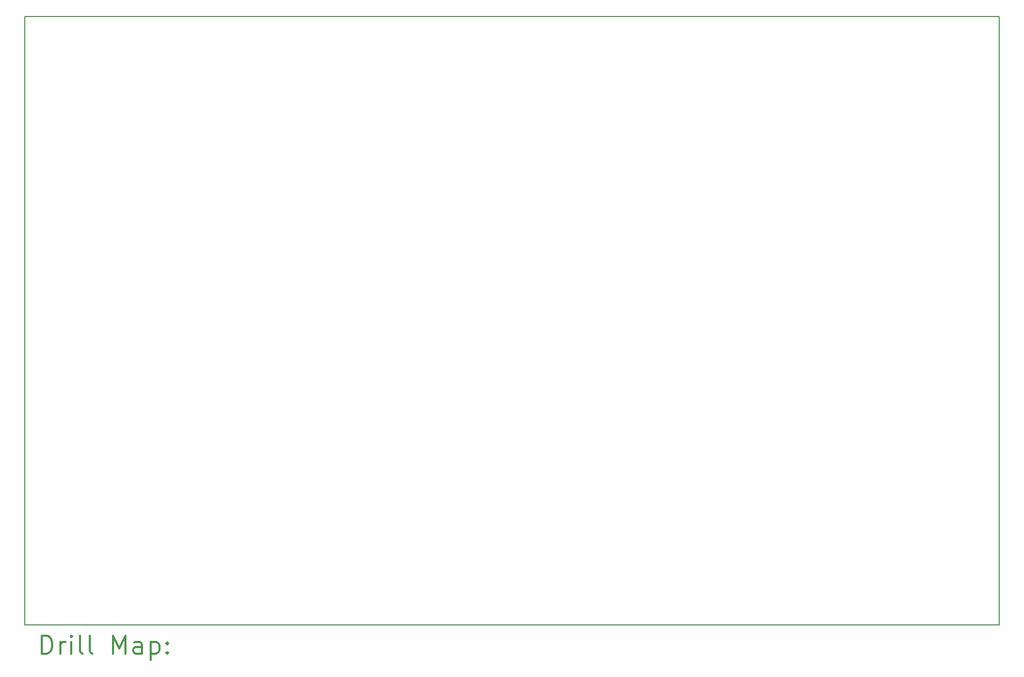
<source format=gbr>
%FSLAX45Y45*%
G04 Gerber Fmt 4.5, Leading zero omitted, Abs format (unit mm)*
G04 Created by KiCad (PCBNEW (5.1.2)-2) date 2023-03-19 23:23:09*
%MOMM*%
%LPD*%
G04 APERTURE LIST*
%ADD10C,0.150000*%
%ADD11C,0.200000*%
%ADD12C,0.300000*%
G04 APERTURE END LIST*
D10*
X5253500Y-14492500D02*
X21238500Y-14492500D01*
X5254000Y-4507500D02*
X5254000Y-14492500D01*
X21238500Y-4507500D02*
X5253500Y-4507500D01*
X21238500Y-14492500D02*
X21238500Y-4507500D01*
D11*
D12*
X5532428Y-14965714D02*
X5532428Y-14665714D01*
X5603857Y-14665714D01*
X5646714Y-14680000D01*
X5675286Y-14708571D01*
X5689571Y-14737143D01*
X5703857Y-14794286D01*
X5703857Y-14837143D01*
X5689571Y-14894286D01*
X5675286Y-14922857D01*
X5646714Y-14951429D01*
X5603857Y-14965714D01*
X5532428Y-14965714D01*
X5832428Y-14965714D02*
X5832428Y-14765714D01*
X5832428Y-14822857D02*
X5846714Y-14794286D01*
X5861000Y-14780000D01*
X5889571Y-14765714D01*
X5918143Y-14765714D01*
X6018143Y-14965714D02*
X6018143Y-14765714D01*
X6018143Y-14665714D02*
X6003857Y-14680000D01*
X6018143Y-14694286D01*
X6032428Y-14680000D01*
X6018143Y-14665714D01*
X6018143Y-14694286D01*
X6203857Y-14965714D02*
X6175286Y-14951429D01*
X6161000Y-14922857D01*
X6161000Y-14665714D01*
X6361000Y-14965714D02*
X6332428Y-14951429D01*
X6318143Y-14922857D01*
X6318143Y-14665714D01*
X6703857Y-14965714D02*
X6703857Y-14665714D01*
X6803857Y-14880000D01*
X6903857Y-14665714D01*
X6903857Y-14965714D01*
X7175286Y-14965714D02*
X7175286Y-14808571D01*
X7161000Y-14780000D01*
X7132428Y-14765714D01*
X7075286Y-14765714D01*
X7046714Y-14780000D01*
X7175286Y-14951429D02*
X7146714Y-14965714D01*
X7075286Y-14965714D01*
X7046714Y-14951429D01*
X7032428Y-14922857D01*
X7032428Y-14894286D01*
X7046714Y-14865714D01*
X7075286Y-14851429D01*
X7146714Y-14851429D01*
X7175286Y-14837143D01*
X7318143Y-14765714D02*
X7318143Y-15065714D01*
X7318143Y-14780000D02*
X7346714Y-14765714D01*
X7403857Y-14765714D01*
X7432428Y-14780000D01*
X7446714Y-14794286D01*
X7461000Y-14822857D01*
X7461000Y-14908571D01*
X7446714Y-14937143D01*
X7432428Y-14951429D01*
X7403857Y-14965714D01*
X7346714Y-14965714D01*
X7318143Y-14951429D01*
X7589571Y-14937143D02*
X7603857Y-14951429D01*
X7589571Y-14965714D01*
X7575286Y-14951429D01*
X7589571Y-14937143D01*
X7589571Y-14965714D01*
X7589571Y-14780000D02*
X7603857Y-14794286D01*
X7589571Y-14808571D01*
X7575286Y-14794286D01*
X7589571Y-14780000D01*
X7589571Y-14808571D01*
M02*

</source>
